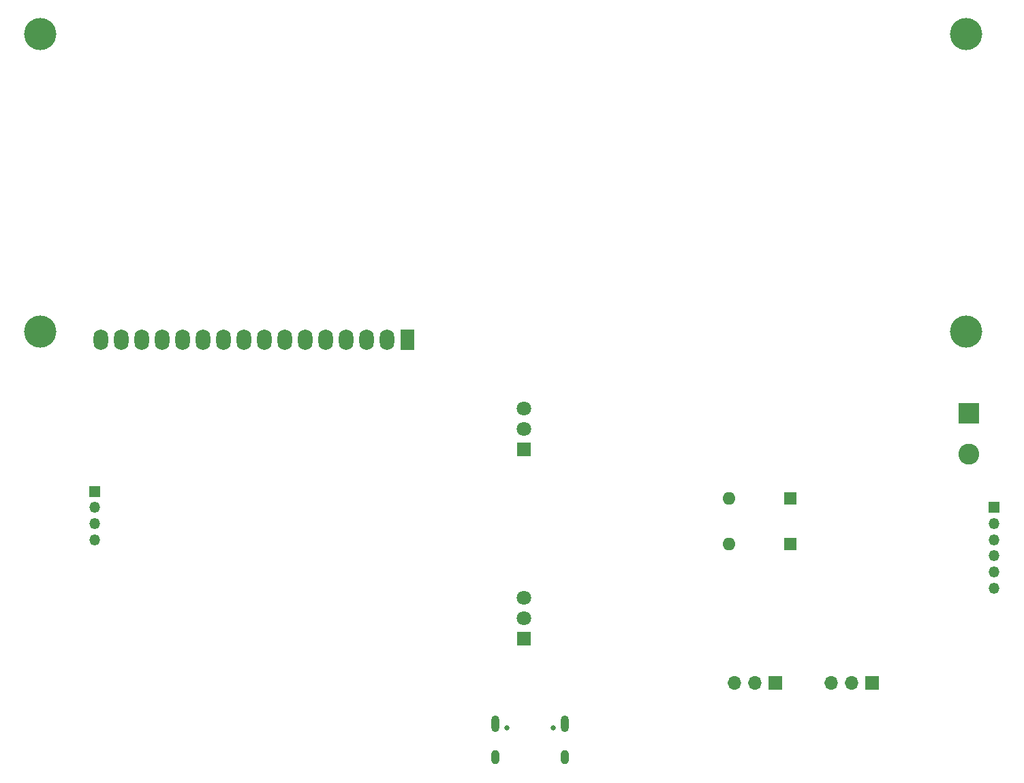
<source format=gbr>
%TF.GenerationSoftware,KiCad,Pcbnew,7.0.10*%
%TF.CreationDate,2024-04-09T13:41:23-07:00*%
%TF.ProjectId,COFFEE_MAKER,434f4646-4545-45f4-9d41-4b45522e6b69,rev?*%
%TF.SameCoordinates,Original*%
%TF.FileFunction,Soldermask,Bot*%
%TF.FilePolarity,Negative*%
%FSLAX46Y46*%
G04 Gerber Fmt 4.6, Leading zero omitted, Abs format (unit mm)*
G04 Created by KiCad (PCBNEW 7.0.10) date 2024-04-09 13:41:23*
%MOMM*%
%LPD*%
G01*
G04 APERTURE LIST*
%ADD10R,1.350000X1.350000*%
%ADD11O,1.350000X1.350000*%
%ADD12R,2.600000X2.600000*%
%ADD13C,2.600000*%
%ADD14C,4.000000*%
%ADD15R,1.800000X2.600000*%
%ADD16O,1.800000X2.600000*%
%ADD17R,1.700000X1.700000*%
%ADD18O,1.700000X1.700000*%
%ADD19R,1.800000X1.800000*%
%ADD20C,1.800000*%
%ADD21R,1.600000X1.600000*%
%ADD22O,1.600000X1.600000*%
%ADD23C,0.650000*%
%ADD24O,1.000000X2.100000*%
%ADD25O,1.000000X1.800000*%
G04 APERTURE END LIST*
D10*
%TO.C,J7*%
X112268000Y-83614000D03*
D11*
X112268000Y-85614000D03*
X112268000Y-87614000D03*
X112268000Y-89614000D03*
%TD*%
D12*
%TO.C,J4*%
X220860620Y-73929240D03*
D13*
X220860620Y-78929240D03*
%TD*%
D14*
%TO.C,DS1*%
X220530420Y-63769240D03*
X220530420Y-26769060D03*
X105529380Y-63769240D03*
X105529380Y-26769060D03*
D15*
X151130000Y-64770000D03*
D16*
X148590000Y-64770000D03*
X146050000Y-64770000D03*
X143510000Y-64770000D03*
X140970000Y-64770000D03*
X138430000Y-64770000D03*
X135890000Y-64770000D03*
X133350000Y-64770000D03*
X130810000Y-64770000D03*
X128270000Y-64770000D03*
X125730000Y-64770000D03*
X123190000Y-64770000D03*
X120650000Y-64770000D03*
X118110000Y-64770000D03*
X115570000Y-64770000D03*
X113030000Y-64770000D03*
%TD*%
D17*
%TO.C,J1*%
X208900000Y-107385000D03*
D18*
X206360000Y-107385000D03*
X203820000Y-107385000D03*
%TD*%
D17*
%TO.C,J3*%
X196835000Y-107385000D03*
D18*
X194295000Y-107385000D03*
X191755000Y-107385000D03*
%TD*%
D19*
%TO.C,U1*%
X165620620Y-101879240D03*
D20*
X165620620Y-99339240D03*
X165620620Y-96799240D03*
%TD*%
D19*
%TO.C,U2*%
X165615620Y-78374240D03*
D20*
X165615620Y-75834240D03*
X165615620Y-73294240D03*
%TD*%
D21*
%TO.C,D7*%
X198730000Y-84455000D03*
D22*
X191110000Y-84455000D03*
%TD*%
D10*
%TO.C,J2*%
X224035620Y-85614240D03*
D11*
X224035620Y-87614240D03*
X224035620Y-89614240D03*
X224035620Y-91614240D03*
X224035620Y-93614240D03*
X224035620Y-95614240D03*
%TD*%
D23*
%TO.C,J5*%
X163480000Y-112965000D03*
X169260000Y-112965000D03*
D24*
X162050000Y-112465000D03*
D25*
X162050000Y-116645000D03*
D24*
X170690000Y-112465000D03*
D25*
X170690000Y-116645000D03*
%TD*%
D21*
%TO.C,D8*%
X198730000Y-90170000D03*
D22*
X191110000Y-90170000D03*
%TD*%
M02*

</source>
